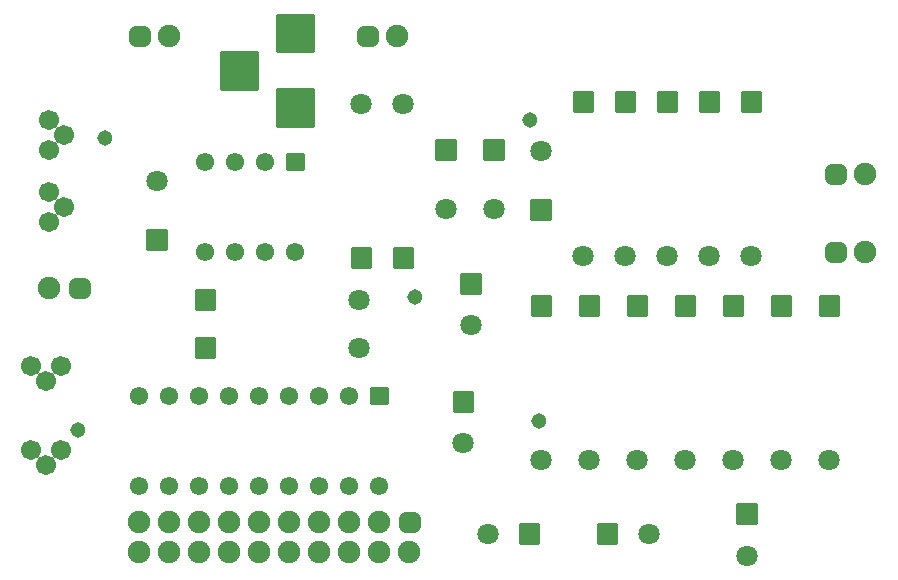
<source format=gts>
G04 Generated by Ultiboard 11.0 *
%FSLAX25Y25*%
%MOIN*%

%ADD10C,0.05137*%
%ADD11C,0.07106*%
%ADD12R,0.05906X0.05906*%
%ADD13C,0.01200*%
%ADD14C,0.07534*%
%ADD15R,0.02083X0.02083*%
%ADD16C,0.05117*%
%ADD17C,0.06100*%
%ADD18R,0.04900X0.04900*%
%ADD19C,0.06700*%
%ADD20R,0.11833X0.11833*%


G04 ColorRGB FF00CC for the following layer *
%LNSolder Mask Top*%
%LPD*%
%FSLAX25Y25*%
%MOIN*%
G54D10*
X23622Y274606D03*
X32480Y372047D03*
X174213Y377953D03*
X177165Y277559D03*
X135827Y318898D03*
G54D11*
X246616Y232817D03*
X248000Y332819D03*
X160220Y240000D03*
X213780Y240000D03*
X118000Y383181D03*
X117181Y318000D03*
X117181Y302000D03*
X49803Y357685D03*
X192000Y332819D03*
X206000Y332819D03*
X220000Y332819D03*
X234000Y332819D03*
X132000Y383181D03*
X194000Y264819D03*
X154597Y309604D03*
X178000Y264819D03*
X152000Y270220D03*
X162197Y348315D03*
X146197Y348315D03*
X177803Y367685D03*
X210000Y264819D03*
X226000Y264819D03*
X242000Y264819D03*
X258000Y264819D03*
X274000Y264819D03*
G54D12*
X246616Y246597D03*
X248000Y384000D03*
X174000Y240000D03*
X200000Y240000D03*
X118000Y332000D03*
X66000Y318000D03*
X66000Y302000D03*
X49803Y338000D03*
X192000Y384000D03*
X206000Y384000D03*
X220000Y384000D03*
X234000Y384000D03*
X132000Y332000D03*
X194000Y316000D03*
X154597Y323384D03*
X178000Y316000D03*
X152000Y284000D03*
X162197Y368000D03*
X146197Y368000D03*
X177803Y348000D03*
X210000Y316000D03*
X226000Y316000D03*
X242000Y316000D03*
X258000Y316000D03*
X274000Y316000D03*
G54D13*
X243663Y243644D02*
X249569Y243644D01*
X249569Y249550D01*
X243663Y249550D01*
X243663Y243644D01*D02*
X245047Y381047D02*
X250953Y381047D01*
X250953Y386953D01*
X245047Y386953D01*
X245047Y381047D01*D02*
X171047Y237047D02*
X176953Y237047D01*
X176953Y242953D01*
X171047Y242953D01*
X171047Y237047D01*D02*
X197047Y237047D02*
X202953Y237047D01*
X202953Y242953D01*
X197047Y242953D01*
X197047Y237047D01*D02*
X121550Y283550D02*
X126450Y283550D01*
X126450Y288450D01*
X121550Y288450D01*
X121550Y283550D01*D02*
X90084Y376084D02*
X101916Y376084D01*
X101916Y387916D01*
X90084Y387916D01*
X90084Y376084D01*D02*
X90084Y400887D02*
X101916Y400887D01*
X101916Y412719D01*
X90084Y412719D01*
X90084Y400887D01*D02*
X71383Y388486D02*
X83215Y388486D01*
X83215Y400318D01*
X71383Y400318D01*
X71383Y388486D01*D02*
X115047Y329047D02*
X120953Y329047D01*
X120953Y334953D01*
X115047Y334953D01*
X115047Y329047D01*D02*
X63047Y315047D02*
X68953Y315047D01*
X68953Y320953D01*
X63047Y320953D01*
X63047Y315047D01*D02*
X63047Y299047D02*
X68953Y299047D01*
X68953Y304953D01*
X63047Y304953D01*
X63047Y299047D01*D02*
X93550Y361550D02*
X98450Y361550D01*
X98450Y366450D01*
X93550Y366450D01*
X93550Y361550D01*D02*
X46850Y335047D02*
X52756Y335047D01*
X52756Y340953D01*
X46850Y340953D01*
X46850Y335047D01*D02*
X189047Y381047D02*
X194953Y381047D01*
X194953Y386953D01*
X189047Y386953D01*
X189047Y381047D01*D02*
X203047Y381047D02*
X208953Y381047D01*
X208953Y386953D01*
X203047Y386953D01*
X203047Y381047D01*D02*
X217047Y381047D02*
X222953Y381047D01*
X222953Y386953D01*
X217047Y386953D01*
X217047Y381047D01*D02*
X231047Y381047D02*
X236953Y381047D01*
X236953Y386953D01*
X231047Y386953D01*
X231047Y381047D01*D02*
X129047Y329047D02*
X134953Y329047D01*
X134953Y334953D01*
X129047Y334953D01*
X129047Y329047D01*D02*
X191047Y313047D02*
X196953Y313047D01*
X196953Y318953D01*
X191047Y318953D01*
X191047Y313047D01*D02*
X151644Y320431D02*
X157550Y320431D01*
X157550Y326337D01*
X151644Y326337D01*
X151644Y320431D01*D02*
X175047Y313047D02*
X180953Y313047D01*
X180953Y318953D01*
X175047Y318953D01*
X175047Y313047D01*D02*
X149047Y281047D02*
X154953Y281047D01*
X154953Y286953D01*
X149047Y286953D01*
X149047Y281047D01*D02*
X159244Y365047D02*
X165150Y365047D01*
X165150Y370953D01*
X159244Y370953D01*
X159244Y365047D01*D02*
X143244Y365047D02*
X149150Y365047D01*
X149150Y370953D01*
X143244Y370953D01*
X143244Y365047D01*D02*
X174850Y345047D02*
X180756Y345047D01*
X180756Y350953D01*
X174850Y350953D01*
X174850Y345047D01*D02*
X207047Y313047D02*
X212953Y313047D01*
X212953Y318953D01*
X207047Y318953D01*
X207047Y313047D01*D02*
X223047Y313047D02*
X228953Y313047D01*
X228953Y318953D01*
X223047Y318953D01*
X223047Y313047D01*D02*
X239047Y313047D02*
X244953Y313047D01*
X244953Y318953D01*
X239047Y318953D01*
X239047Y313047D01*D02*
X255047Y313047D02*
X260953Y313047D01*
X260953Y318953D01*
X255047Y318953D01*
X255047Y313047D01*D02*
X271047Y313047D02*
X276953Y313047D01*
X276953Y318953D01*
X271047Y318953D01*
X271047Y313047D01*D02*
G54D14*
X124000Y244000D03*
X124000Y234000D03*
X64000Y234000D03*
X64000Y244000D03*
X44000Y234000D03*
X44000Y244000D03*
X54000Y234000D03*
X54000Y244000D03*
X94000Y234000D03*
X94000Y244000D03*
X74000Y234000D03*
X74000Y244000D03*
X84000Y234000D03*
X84000Y244000D03*
X114000Y234000D03*
X114000Y244000D03*
X104000Y234000D03*
X104000Y244000D03*
X134000Y234000D03*
X130000Y406000D03*
X14000Y322000D03*
X54000Y406000D03*
X286000Y360000D03*
X286000Y334000D03*
G54D15*
X134000Y244000D03*
X120000Y406000D03*
X24000Y322000D03*
X44000Y406000D03*
X276000Y360000D03*
X276000Y334000D03*
G54D16*
X132959Y242959D02*
X135041Y242959D01*
X135041Y245041D01*
X132959Y245041D01*
X132959Y242959D01*D02*
X118959Y404959D02*
X121041Y404959D01*
X121041Y407041D01*
X118959Y407041D01*
X118959Y404959D01*D02*
X22959Y320959D02*
X25041Y320959D01*
X25041Y323041D01*
X22959Y323041D01*
X22959Y320959D01*D02*
X42959Y404959D02*
X45041Y404959D01*
X45041Y407041D01*
X42959Y407041D01*
X42959Y404959D01*D02*
X274959Y358959D02*
X277041Y358959D01*
X277041Y361041D01*
X274959Y361041D01*
X274959Y358959D01*D02*
X274959Y332959D02*
X277041Y332959D01*
X277041Y335041D01*
X274959Y335041D01*
X274959Y332959D01*D02*
G54D17*
X124000Y256000D03*
X64000Y286000D03*
X64000Y256000D03*
X54000Y286000D03*
X44000Y286000D03*
X44000Y256000D03*
X54000Y256000D03*
X94000Y286000D03*
X94000Y256000D03*
X84000Y286000D03*
X74000Y286000D03*
X74000Y256000D03*
X84000Y256000D03*
X114000Y286000D03*
X104000Y286000D03*
X104000Y256000D03*
X114000Y256000D03*
X66000Y364000D03*
X66000Y334000D03*
X96000Y334000D03*
X76000Y334000D03*
X86000Y334000D03*
X76000Y364000D03*
X86000Y364000D03*
G54D18*
X124000Y286000D03*
X96000Y364000D03*
G54D19*
X14000Y378000D03*
X14000Y368000D03*
X19000Y373000D03*
X13000Y291000D03*
X18000Y296000D03*
X8000Y296000D03*
X13000Y263000D03*
X18000Y268000D03*
X8000Y268000D03*
X14000Y344000D03*
X19000Y349000D03*
X14000Y354000D03*
G54D20*
X96000Y382000D03*
X96000Y406803D03*
X77299Y394402D03*

M00*

</source>
